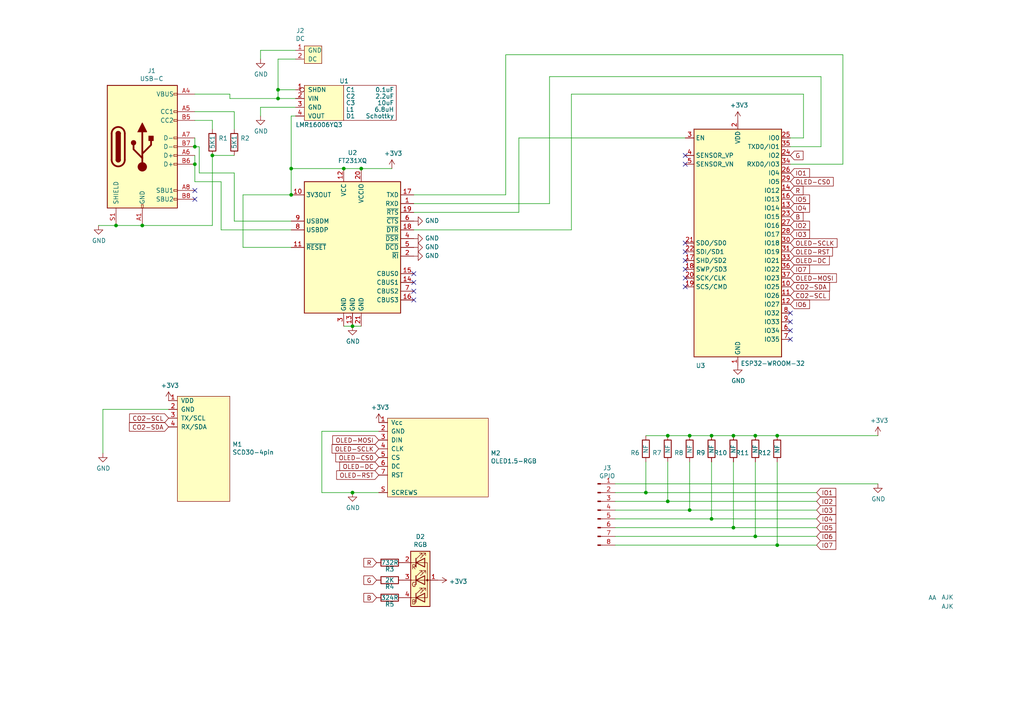
<source format=kicad_sch>
(kicad_sch (version 20211123) (generator eeschema)
  (paper "A4")
  (title_block (title "1.5\" OLED Module driver with GPIO") (date "2021-07-20") (rev "4") (company "Adrian Kennard / Andrews & Arnold Ltd") (comment 1 "@TheRealRevK") (comment 2 "www.me.uk"))
  (lib_symbols
    (symbol "Connector:Conn_01x08_Male" (pin_names (offset 1.016) hide)
      (property "Reference" "J" (at 0 10.16 0))
      (property "Value" "Conn_01x08_Male" (at 0 -12.7 0))
      (symbol "Conn_01x08_Male_1_1"
        (polyline (pts (xy 1.27 -10.16) (xy 0.8636 -10.16)) (stroke (width 0.1524)))
        (polyline (pts (xy 1.27 -7.62) (xy 0.8636 -7.62)) (stroke (width 0.1524)))
        (polyline (pts (xy 1.27 -5.08) (xy 0.8636 -5.08)) (stroke (width 0.1524)))
        (polyline (pts (xy 1.27 -2.54) (xy 0.8636 -2.54)) (stroke (width 0.1524)))
        (polyline (pts (xy 1.27 0) (xy 0.8636 0)) (stroke (width 0.1524)))
        (polyline (pts (xy 1.27 2.54) (xy 0.8636 2.54)) (stroke (width 0.1524)))
        (polyline (pts (xy 1.27 5.08) (xy 0.8636 5.08)) (stroke (width 0.1524)))
        (polyline (pts (xy 1.27 7.62) (xy 0.8636 7.62)) (stroke (width 0.1524)))
        (rectangle (start 0.8636 -10.033) (end 0 -10.287) (stroke (width 0.1524)) (fill (type outline)))
        (rectangle (start 0.8636 -7.493) (end 0 -7.747) (stroke (width 0.1524)) (fill (type outline)))
        (rectangle (start 0.8636 -4.953) (end 0 -5.207) (stroke (width 0.1524)) (fill (type outline)))
        (rectangle (start 0.8636 -2.413) (end 0 -2.667) (stroke (width 0.1524)) (fill (type outline)))
        (rectangle (start 0.8636 0.127) (end 0 -0.127) (stroke (width 0.1524)) (fill (type outline)))
        (rectangle (start 0.8636 2.667) (end 0 2.413) (stroke (width 0.1524)) (fill (type outline)))
        (rectangle (start 0.8636 5.207) (end 0 4.953) (stroke (width 0.1524)) (fill (type outline)))
        (rectangle (start 0.8636 7.747) (end 0 7.493) (stroke (width 0.1524)) (fill (type outline)))
        (pin passive line (at 5.08 7.62 180) (length 3.81) (name "Pin_1") (number "1"))
        (pin passive line (at 5.08 5.08 180) (length 3.81) (name "Pin_2") (number "2"))
        (pin passive line (at 5.08 2.54 180) (length 3.81) (name "Pin_3") (number "3"))
        (pin passive line (at 5.08 0 180) (length 3.81) (name "Pin_4") (number "4"))
        (pin passive line (at 5.08 -2.54 180) (length 3.81) (name "Pin_5") (number "5"))
        (pin passive line (at 5.08 -5.08 180) (length 3.81) (name "Pin_6") (number "6"))
        (pin passive line (at 5.08 -7.62 180) (length 3.81) (name "Pin_7") (number "7"))
        (pin passive line (at 5.08 -10.16 180) (length 3.81) (name "Pin_8") (number "8"))
      )
    )
    (symbol "Connector:USB_C_Receptacle_USB2.0" (pin_names (offset 1.016))
      (property "Reference" "J" (at -10.16 19.05 0))
      (property "Value" "USB_C_Receptacle_USB2.0" (at 19.05 19.05 0))
      (symbol "USB_C_Receptacle_USB2.0_0_0"
        (rectangle (start -0.254 -17.78) (end 0.254 -16.764))
        (rectangle (start 10.16 -14.986) (end 9.144 -15.494))
        (rectangle (start 10.16 -12.446) (end 9.144 -12.954))
        (rectangle (start 10.16 -4.826) (end 9.144 -5.334))
        (rectangle (start 10.16 -2.286) (end 9.144 -2.794))
        (rectangle (start 10.16 0.254) (end 9.144 -0.254))
        (rectangle (start 10.16 2.794) (end 9.144 2.286))
        (rectangle (start 10.16 7.874) (end 9.144 7.366))
        (rectangle (start 10.16 10.414) (end 9.144 9.906))
        (rectangle (start 10.16 15.494) (end 9.144 14.986))
      )
      (symbol "USB_C_Receptacle_USB2.0_0_1"
        (rectangle (start -10.16 17.78) (end 10.16 -17.78) (stroke (width 0.254)) (fill (type background)))
        (arc (start -8.89 -3.81) (mid -6.985 -5.715) (end -5.08 -3.81) (stroke (width 0.508)))
        (arc (start -7.62 -3.81) (mid -6.985 -4.445) (end -6.35 -3.81) (stroke (width 0.254)))
        (arc (start -7.62 -3.81) (mid -6.985 -4.445) (end -6.35 -3.81) (stroke (width 0.254)) (fill (type outline)))
        (rectangle (start -7.62 -3.81) (end -6.35 3.81) (stroke (width 0.254)) (fill (type outline)))
        (arc (start -6.35 3.81) (mid -6.985 4.445) (end -7.62 3.81) (stroke (width 0.254)))
        (arc (start -6.35 3.81) (mid -6.985 4.445) (end -7.62 3.81) (stroke (width 0.254)) (fill (type outline)))
        (arc (start -5.08 3.81) (mid -6.985 5.715) (end -8.89 3.81) (stroke (width 0.508)))
        (circle (center -2.54 1.143) (radius 0.635) (stroke (width 0.254)) (fill (type outline)))
        (circle (center 0 -5.842) (radius 1.27) (fill (type outline)))
        (polyline (pts (xy -8.89 -3.81) (xy -8.89 3.81)) (stroke (width 0.508)))
        (polyline (pts (xy -5.08 3.81) (xy -5.08 -3.81)) (stroke (width 0.508)))
        (polyline (pts (xy 0 -5.842) (xy 0 4.318)) (stroke (width 0.508)))
        (polyline (pts (xy 0 -3.302) (xy -2.54 -0.762) (xy -2.54 0.508)) (stroke (width 0.508)))
        (polyline (pts (xy 0 -2.032) (xy 2.54 0.508) (xy 2.54 1.778)) (stroke (width 0.508)))
        (polyline (pts (xy -1.27 4.318) (xy 0 6.858) (xy 1.27 4.318) (xy -1.27 4.318)) (stroke (width 0.254)) (fill (type outline)))
        (rectangle (start 1.905 1.778) (end 3.175 3.048) (stroke (width 0.254)) (fill (type outline)))
      )
      (symbol "USB_C_Receptacle_USB2.0_1_1"
        (pin passive line (at 0 -22.86 90) (length 5.08) (name "GND") (number "A1"))
        (pin passive line (at 0 -22.86 90) (length 5.08) hide (name "GND") (number "A12"))
        (pin passive line (at 15.24 15.24 180) (length 5.08) (name "VBUS") (number "A4"))
        (pin bidirectional line (at 15.24 10.16 180) (length 5.08) (name "CC1") (number "A5"))
        (pin bidirectional line (at 15.24 -2.54 180) (length 5.08) (name "D+") (number "A6"))
        (pin bidirectional line (at 15.24 2.54 180) (length 5.08) (name "D-") (number "A7"))
        (pin bidirectional line (at 15.24 -12.7 180) (length 5.08) (name "SBU1") (number "A8"))
        (pin passive line (at 15.24 15.24 180) (length 5.08) hide (name "VBUS") (number "A9"))
        (pin passive line (at 0 -22.86 90) (length 5.08) hide (name "GND") (number "B1"))
        (pin passive line (at 0 -22.86 90) (length 5.08) hide (name "GND") (number "B12"))
        (pin passive line (at 15.24 15.24 180) (length 5.08) hide (name "VBUS") (number "B4"))
        (pin bidirectional line (at 15.24 7.62 180) (length 5.08) (name "CC2") (number "B5"))
        (pin bidirectional line (at 15.24 -5.08 180) (length 5.08) (name "D+") (number "B6"))
        (pin bidirectional line (at 15.24 0 180) (length 5.08) (name "D-") (number "B7"))
        (pin bidirectional line (at 15.24 -15.24 180) (length 5.08) (name "SBU2") (number "B8"))
        (pin passive line (at 15.24 15.24 180) (length 5.08) hide (name "VBUS") (number "B9"))
        (pin passive line (at -7.62 -22.86 90) (length 5.08) (name "SHIELD") (number "S1"))
      )
    )
    (symbol "Device:LED_ARGB" (pin_names (offset 0) hide)
      (property "Reference" "D" (at 0 9.398 0))
      (property "Value" "LED_ARGB" (at 0 -8.89 0))
      (symbol "LED_ARGB_0_0"
        (text "B" (at -1.905 -6.35 0) (effects (font (size 1.27 1.27))))
        (text "G" (at -1.905 -1.27 0) (effects (font (size 1.27 1.27))))
        (text "R" (at -1.905 3.81 0) (effects (font (size 1.27 1.27))))
      )
      (symbol "LED_ARGB_0_1"
        (polyline (pts (xy -1.27 -5.08) (xy -2.54 -5.08)))
        (polyline (pts (xy -1.27 -5.08) (xy 1.27 -5.08)))
        (polyline (pts (xy -1.27 -3.81) (xy -1.27 -6.35)) (stroke (width 0.254)))
        (polyline (pts (xy -1.27 0) (xy -2.54 0)))
        (polyline (pts (xy -1.27 1.27) (xy -1.27 -1.27)) (stroke (width 0.254)))
        (polyline (pts (xy -1.27 5.08) (xy -2.54 5.08)))
        (polyline (pts (xy -1.27 5.08) (xy 1.27 5.08)))
        (polyline (pts (xy -1.27 6.35) (xy -1.27 3.81)) (stroke (width 0.254)))
        (polyline (pts (xy 1.27 0) (xy -1.27 0)))
        (polyline (pts (xy 1.27 0) (xy 2.54 0)))
        (polyline (pts (xy -1.27 1.27) (xy -1.27 -1.27) (xy -1.27 -1.27)))
        (polyline (pts (xy -1.27 6.35) (xy -1.27 3.81) (xy -1.27 3.81)))
        (polyline (pts (xy 1.27 -5.08) (xy 2.032 -5.08) (xy 2.032 5.08) (xy 1.27 5.08)))
        (polyline (pts (xy 1.27 -3.81) (xy 1.27 -6.35) (xy -1.27 -5.08) (xy 1.27 -3.81)) (stroke (width 0.254)))
        (polyline (pts (xy 1.27 1.27) (xy 1.27 -1.27) (xy -1.27 0) (xy 1.27 1.27)) (stroke (width 0.254)))
        (polyline (pts (xy 1.27 6.35) (xy 1.27 3.81) (xy -1.27 5.08) (xy 1.27 6.35)) (stroke (width 0.254)))
        (polyline (pts (xy -1.016 -3.81) (xy 0.508 -2.286) (xy -0.254 -2.286) (xy 0.508 -2.286) (xy 0.508 -3.048)))
        (polyline (pts (xy -1.016 1.27) (xy 0.508 2.794) (xy -0.254 2.794) (xy 0.508 2.794) (xy 0.508 2.032)))
        (polyline (pts (xy -1.016 6.35) (xy 0.508 7.874) (xy -0.254 7.874) (xy 0.508 7.874) (xy 0.508 7.112)))
        (polyline (pts (xy 0 -3.81) (xy 1.524 -2.286) (xy 0.762 -2.286) (xy 1.524 -2.286) (xy 1.524 -3.048)))
        (polyline (pts (xy 0 1.27) (xy 1.524 2.794) (xy 0.762 2.794) (xy 1.524 2.794) (xy 1.524 2.032)))
        (polyline (pts (xy 0 6.35) (xy 1.524 7.874) (xy 0.762 7.874) (xy 1.524 7.874) (xy 1.524 7.112)))
        (rectangle (start 1.27 -1.27) (end 1.27 1.27))
        (rectangle (start 1.27 1.27) (end 1.27 1.27))
        (rectangle (start 1.27 3.81) (end 1.27 6.35))
        (rectangle (start 1.27 6.35) (end 1.27 6.35))
        (circle (center 2.032 0) (radius 0.254) (fill (type outline)))
        (rectangle (start 2.794 8.382) (end -2.794 -7.62) (stroke (width 0.254)) (fill (type background)))
      )
      (symbol "LED_ARGB_1_1"
        (pin passive line (at 5.08 0 180) (length 2.54) (name "A") (number "1"))
        (pin passive line (at -5.08 5.08 0) (length 2.54) (name "RK") (number "2"))
        (pin passive line (at -5.08 0 0) (length 2.54) (name "GK") (number "3"))
        (pin passive line (at -5.08 -5.08 0) (length 2.54) (name "BK") (number "4"))
      )
    )
    (symbol "Device:R" (pin_numbers hide) (pin_names (offset 0))
      (property "Reference" "R" (at 2.032 0 90))
      (property "Value" "R" (at 0 0 90))
      (symbol "R_0_1"
        (rectangle (start -1.016 -2.54) (end 1.016 2.54) (stroke (width 0.254)))
      )
      (symbol "R_1_1"
        (pin passive line (at 0 3.81 270) (length 1.27) (name "~") (number "1"))
        (pin passive line (at 0 -3.81 90) (length 1.27) (name "~") (number "2"))
      )
    )
    (symbol "Interface_USB:FT231XQ"
      (property "Reference" "U" (at -13.97 20.32 0))
      (property "Value" "FT231XQ" (at 6.35 20.32 0))
      (symbol "FT231XQ_0_1"
        (rectangle (start -13.97 19.05) (end 13.97 -19.05) (stroke (width 0.254)) (fill (type background)))
      )
      (symbol "FT231XQ_1_1"
        (pin input line (at 17.78 12.7 180) (length 3.81) (name "RXD") (number "1"))
        (pin power_out line (at -17.78 15.24 0) (length 3.81) (name "3V3OUT") (number "10"))
        (pin input line (at -17.78 0 0) (length 3.81) (name "~{RESET}") (number "11"))
        (pin power_in line (at -2.54 22.86 270) (length 3.81) (name "VCC") (number "12"))
        (pin power_in line (at 0 -22.86 90) (length 3.81) (name "GND") (number "13"))
        (pin bidirectional line (at 17.78 -10.16 180) (length 3.81) (name "CBUS1") (number "14"))
        (pin bidirectional line (at 17.78 -7.62 180) (length 3.81) (name "CBUS0") (number "15"))
        (pin bidirectional line (at 17.78 -15.24 180) (length 3.81) (name "CBUS3") (number "16"))
        (pin output line (at 17.78 15.24 180) (length 3.81) (name "TXD") (number "17"))
        (pin output line (at 17.78 5.08 180) (length 3.81) (name "~{DTR}") (number "18"))
        (pin output line (at 17.78 10.16 180) (length 3.81) (name "~{RTS}") (number "19"))
        (pin input line (at 17.78 -2.54 180) (length 3.81) (name "~{RI}") (number "2"))
        (pin power_in line (at 2.54 22.86 270) (length 3.81) (name "VCCIO") (number "20"))
        (pin power_in line (at 2.54 -22.86 90) (length 3.81) (name "GND") (number "21"))
        (pin power_in line (at -2.54 -22.86 90) (length 3.81) (name "GND") (number "3"))
        (pin input line (at 17.78 2.54 180) (length 3.81) (name "~{DSR}") (number "4"))
        (pin input line (at 17.78 0 180) (length 3.81) (name "~{DCD}") (number "5"))
        (pin input line (at 17.78 7.62 180) (length 3.81) (name "~{CTS}") (number "6"))
        (pin bidirectional line (at 17.78 -12.7 180) (length 3.81) (name "CBUS2") (number "7"))
        (pin bidirectional line (at -17.78 5.08 0) (length 3.81) (name "USBDP") (number "8"))
        (pin bidirectional line (at -17.78 7.62 0) (length 3.81) (name "USBDM") (number "9"))
      )
    )
    (symbol "RF_Module:ESP32-WROOM-32"
      (property "Reference" "U" (at -12.7 34.29 0))
      (property "Value" "ESP32-WROOM-32" (at 1.27 34.29 0))
      (symbol "ESP32-WROOM-32_0_1"
        (rectangle (start -12.7 33.02) (end 12.7 -33.02) (stroke (width 0.254)) (fill (type background)))
      )
      (symbol "ESP32-WROOM-32_1_1"
        (pin power_in line (at 0 -35.56 90) (length 2.54) (name "GND") (number "1"))
        (pin bidirectional line (at 15.24 -12.7 180) (length 2.54) (name "IO25") (number "10"))
        (pin bidirectional line (at 15.24 -15.24 180) (length 2.54) (name "IO26") (number "11"))
        (pin bidirectional line (at 15.24 -17.78 180) (length 2.54) (name "IO27") (number "12"))
        (pin bidirectional line (at 15.24 10.16 180) (length 2.54) (name "IO14") (number "13"))
        (pin bidirectional line (at 15.24 15.24 180) (length 2.54) (name "IO12") (number "14"))
        (pin passive line (at 0 -35.56 90) (length 2.54) hide (name "GND") (number "15"))
        (pin bidirectional line (at 15.24 12.7 180) (length 2.54) (name "IO13") (number "16"))
        (pin bidirectional line (at -15.24 -5.08 0) (length 2.54) (name "SHD/SD2") (number "17"))
        (pin bidirectional line (at -15.24 -7.62 0) (length 2.54) (name "SWP/SD3") (number "18"))
        (pin bidirectional line (at -15.24 -12.7 0) (length 2.54) (name "SCS/CMD") (number "19"))
        (pin power_in line (at 0 35.56 270) (length 2.54) (name "VDD") (number "2"))
        (pin bidirectional line (at -15.24 -10.16 0) (length 2.54) (name "SCK/CLK") (number "20"))
        (pin bidirectional line (at -15.24 0 0) (length 2.54) (name "SDO/SD0") (number "21"))
        (pin bidirectional line (at -15.24 -2.54 0) (length 2.54) (name "SDI/SD1") (number "22"))
        (pin bidirectional line (at 15.24 7.62 180) (length 2.54) (name "IO15") (number "23"))
        (pin bidirectional line (at 15.24 25.4 180) (length 2.54) (name "IO2") (number "24"))
        (pin bidirectional line (at 15.24 30.48 180) (length 2.54) (name "IO0") (number "25"))
        (pin bidirectional line (at 15.24 20.32 180) (length 2.54) (name "IO4") (number "26"))
        (pin bidirectional line (at 15.24 5.08 180) (length 2.54) (name "IO16") (number "27"))
        (pin bidirectional line (at 15.24 2.54 180) (length 2.54) (name "IO17") (number "28"))
        (pin bidirectional line (at 15.24 17.78 180) (length 2.54) (name "IO5") (number "29"))
        (pin input line (at -15.24 30.48 0) (length 2.54) (name "EN") (number "3"))
        (pin bidirectional line (at 15.24 0 180) (length 2.54) (name "IO18") (number "30"))
        (pin bidirectional line (at 15.24 -2.54 180) (length 2.54) (name "IO19") (number "31"))
        (pin no_connect line (at -12.7 -27.94 0) (length 2.54) hide (name "NC") (number "32"))
        (pin bidirectional line (at 15.24 -5.08 180) (length 2.54) (name "IO21") (number "33"))
        (pin bidirectional line (at 15.24 22.86 180) (length 2.54) (name "RXD0/IO3") (number "34"))
        (pin bidirectional line (at 15.24 27.94 180) (length 2.54) (name "TXD0/IO1") (number "35"))
        (pin bidirectional line (at 15.24 -7.62 180) (length 2.54) (name "IO22") (number "36"))
        (pin bidirectional line (at 15.24 -10.16 180) (length 2.54) (name "IO23") (number "37"))
        (pin passive line (at 0 -35.56 90) (length 2.54) hide (name "GND") (number "38"))
        (pin passive line (at 0 -35.56 90) (length 2.54) hide (name "GND") (number "39"))
        (pin input line (at -15.24 25.4 0) (length 2.54) (name "SENSOR_VP") (number "4"))
        (pin input line (at -15.24 22.86 0) (length 2.54) (name "SENSOR_VN") (number "5"))
        (pin input line (at 15.24 -25.4 180) (length 2.54) (name "IO34") (number "6"))
        (pin input line (at 15.24 -27.94 180) (length 2.54) (name "IO35") (number "7"))
        (pin bidirectional line (at 15.24 -20.32 180) (length 2.54) (name "IO32") (number "8"))
        (pin bidirectional line (at 15.24 -22.86 180) (length 2.54) (name "IO33") (number "9"))
      )
    )
    (symbol "RevK:AA" (pin_names (offset 1.016))
      (property "Value" "AA" (at 0 0 0))
    )
    (symbol "RevK:AJK" (pin_names (offset 1.016))
      (property "Value" "AJK" (at 0 0 0))
    )
    (symbol "RevK:DC" (pin_names (offset 1.016))
      (property "Reference" "J" (at 0 2.54 0))
      (property "Value" "DC" (at 2.54 -1.27 0))
      (symbol "DC_0_1"
        (rectangle (start 0 1.27) (end 5.08 -3.81) (fill (type background)))
      )
      (symbol "DC_1_1"
        (pin power_out line (at -2.54 0 0) (length 2.54) (name "GND") (number "1"))
        (pin power_out line (at -2.54 -2.54 0) (length 2.54) (name "DC") (number "2"))
      )
    )
    (symbol "RevK:Hidden" (pin_names (offset 1.016))
      (property "Reference" "Z" (at -3.81 0 0))
      (property "Value" "Hidden" (at 6.985 0 0))
      (symbol "Hidden_1_1"
        (pin no_connect non_logic (at 0 0 90) (length 2.54) hide (name "~") (number "~"))
      )
    )
    (symbol "RevK:LMR16006YQ3" (pin_names (offset 1.016))
      (property "Reference" "U" (at 11.43 2.54 0))
      (property "Value" "LMR16006YQ3" (at 6.985 -10.16 0))
      (symbol "LMR16006YQ3_0_1"
        (rectangle (start 2.54 1.27) (end 13.97 -8.89) (fill (type background)))
        (rectangle (start 13.97 1.27) (end 29.21 -8.89))
      )
      (symbol "LMR16006YQ3_1_1"
        (pin input inverted (at 0 0 0) (length 2.54) (name "SHDN") (number "1"))
        (pin power_in line (at 0 -2.54 0) (length 2.54) (name "VIN") (number "2"))
        (pin power_in line (at 0 -5.08 0) (length 2.54) (name "GND") (number "3"))
        (pin power_out line (at 0 -7.62 0) (length 2.54) (name "VOUT") (number "4"))
      )
    )
    (symbol "RevK:OLED1.5-RGB" (pin_names (offset 1.016))
      (property "Reference" "M" (at 17.78 2.54 0))
      (property "Value" "OLED1.5-RGB" (at 24.13 0 0))
      (symbol "OLED1.5-RGB_0_1"
        (rectangle (start 2.54 1.27) (end 31.75 -21.59) (fill (type background)))
      )
      (symbol "OLED1.5-RGB_1_1"
        (pin power_in line (at 0 0 0) (length 2.54) (name "Vcc") (number "1"))
        (pin power_in line (at 0 -2.54 0) (length 2.54) (name "GND") (number "2"))
        (pin input line (at 0 -5.08 0) (length 2.54) (name "DIN") (number "3"))
        (pin input line (at 0 -7.62 0) (length 2.54) (name "CLK") (number "4"))
        (pin input line (at 0 -10.16 0) (length 2.54) (name "CS") (number "5"))
        (pin input line (at 0 -12.7 0) (length 2.54) (name "DC") (number "6"))
        (pin input line (at 0 -15.24 0) (length 2.54) (name "RST") (number "7"))
        (pin passive line (at 0 -20.32 0) (length 2.54) (name "SCREWS") (number "S"))
      )
    )
    (symbol "RevK:SCD30-4pin" (pin_names (offset 1.016))
      (property "Reference" "M" (at 10.16 1.27 0))
      (property "Value" "SCD30-4pin" (at 10.16 -29.21 0))
      (symbol "SCD30-4pin_0_1"
        (rectangle (start 2.54 0) (end 17.78 -30.48) (fill (type background)))
      )
      (symbol "SCD30-4pin_1_1"
        (pin power_in line (at 0 -1.27 0) (length 2.54) (name "VDD") (number "1"))
        (pin power_in line (at 0 -3.81 0) (length 2.54) (name "GND") (number "2"))
        (pin bidirectional line (at 0 -6.35 0) (length 2.54) (name "TX/SCL") (number "3"))
        (pin bidirectional line (at 0 -8.89 0) (length 2.54) (name "RX/SDA") (number "4"))
      )
    )
    (symbol "power:+3.3V" (power) (pin_names (offset 0))
      (property "Value" "+3.3V" (at 0 3.556 0))
      (symbol "+3.3V_0_1"
        (polyline (pts (xy -0.762 1.27) (xy 0 2.54)))
        (polyline (pts (xy 0 0) (xy 0 2.54)))
        (polyline (pts (xy 0 2.54) (xy 0.762 1.27)))
      )
      (symbol "+3.3V_1_1"
        (pin power_in line (at 0 0 90) (length 0) hide (name "+3V3") (number "1"))
      )
    )
    (symbol "power:+3V3" (power) (pin_names (offset 0))
      (property "Value" "+3V3" (at 0 3.556 0))
      (symbol "+3V3_0_1"
        (polyline (pts (xy -0.762 1.27) (xy 0 2.54)))
        (polyline (pts (xy 0 0) (xy 0 2.54)))
        (polyline (pts (xy 0 2.54) (xy 0.762 1.27)))
      )
      (symbol "+3V3_1_1"
        (pin power_in line (at 0 0 90) (length 0) hide (name "+3V3") (number "1"))
      )
    )
    (symbol "power:GND" (power) (pin_names (offset 0))
      (property "Value" "GND" (at 0 -3.81 0))
      (symbol "GND_0_1"
        (polyline (pts (xy 0 0) (xy 0 -1.27) (xy 1.27 -1.27) (xy 0 -2.54) (xy -1.27 -1.27) (xy 0 -1.27)))
      )
      (symbol "GND_1_1"
        (pin power_in line (at 0 0 270) (length 0) hide (name "GND") (number "1"))
      )
    )
  )
  (junction (at 212.725 153.035))
  (junction (at 80.645 28.575))
  (junction (at 104.775 48.895))
  (junction (at 193.675 126.365))
  (junction (at 219.075 126.365))
  (junction (at 84.455 56.515))
  (junction (at 99.695 48.895))
  (junction (at 206.375 150.495))
  (junction (at 225.425 126.365))
  (junction (at 56.515 42.545))
  (junction (at 61.595 45.085))
  (junction (at 206.375 126.365))
  (junction (at 80.645 26.035))
  (junction (at 84.455 48.895))
  (junction (at 41.275 65.405))
  (junction (at 219.075 155.575))
  (junction (at 200.025 147.955))
  (junction (at 102.235 94.615))
  (junction (at 102.235 142.875))
  (junction (at 200.025 126.365))
  (junction (at 56.515 47.625))
  (junction (at 33.655 65.405))
  (junction (at 212.725 126.365))
  (junction (at 225.425 158.115))
  (junction (at 187.325 142.875))
  (junction (at 193.675 145.415))
  (no_connect (at 198.755 83.185))
  (no_connect (at 120.015 84.455))
  (no_connect (at 198.755 45.085))
  (no_connect (at 198.755 73.025))
  (no_connect (at 198.755 80.645))
  (no_connect (at 198.755 70.485))
  (no_connect (at 120.015 86.995))
  (no_connect (at 120.015 79.375))
  (no_connect (at 229.235 95.885))
  (no_connect (at 120.015 81.915))
  (no_connect (at 229.235 93.345))
  (no_connect (at 229.235 90.805))
  (no_connect (at 198.755 78.105))
  (no_connect (at 56.515 55.245))
  (no_connect (at 198.755 47.625))
  (no_connect (at 198.755 75.565))
  (no_connect (at 229.235 98.425))
  (no_connect (at 56.515 57.785))
  (wire (pts (xy 238.125 42.545) (xy 229.235 42.545)))
  (wire (pts (xy 165.735 66.675) (xy 120.015 66.675)))
  (wire (pts (xy 212.725 133.985) (xy 212.725 153.035)))
  (wire (pts (xy 75.565 31.115) (xy 75.565 33.655)))
  (wire (pts (xy 178.435 140.335) (xy 254.635 140.335)))
  (wire (pts (xy 67.945 64.135) (xy 67.945 50.165)))
  (wire (pts (xy 93.345 142.875) (xy 102.235 142.875)))
  (wire (pts (xy 229.235 40.005) (xy 233.045 40.005)))
  (wire (pts (xy 206.375 133.985) (xy 206.375 150.495)))
  (wire (pts (xy 93.345 125.095) (xy 93.345 142.875)))
  (wire (pts (xy 56.515 34.925) (xy 61.595 34.925)))
  (wire (pts (xy 64.135 66.675) (xy 84.455 66.675)))
  (wire (pts (xy 225.425 133.985) (xy 225.425 158.115)))
  (wire (pts (xy 85.725 14.605) (xy 75.565 14.605)))
  (wire (pts (xy 187.325 133.985) (xy 187.325 142.875)))
  (wire (pts (xy 178.435 158.115) (xy 225.425 158.115)))
  (wire (pts (xy 225.425 126.365) (xy 219.075 126.365)))
  (wire (pts (xy 84.455 48.895) (xy 84.455 33.655)))
  (wire (pts (xy 200.025 147.955) (xy 236.855 147.955)))
  (wire (pts (xy 178.435 147.955) (xy 200.025 147.955)))
  (wire (pts (xy 93.345 125.095) (xy 109.855 125.095)))
  (wire (pts (xy 56.515 45.085) (xy 56.515 47.625)))
  (wire (pts (xy 56.515 47.625) (xy 56.515 52.705)))
  (wire (pts (xy 159.385 22.225) (xy 238.125 22.225)))
  (wire (pts (xy 29.845 118.745) (xy 29.845 131.445)))
  (wire (pts (xy 67.945 32.385) (xy 67.945 37.465)))
  (wire (pts (xy 178.435 155.575) (xy 219.075 155.575)))
  (wire (pts (xy 219.075 126.365) (xy 212.725 126.365)))
  (wire (pts (xy 165.735 27.305) (xy 165.735 66.675)))
  (wire (pts (xy 56.515 32.385) (xy 67.945 32.385)))
  (wire (pts (xy 85.725 31.115) (xy 75.565 31.115)))
  (wire (pts (xy 67.945 64.135) (xy 84.455 64.135)))
  (wire (pts (xy 225.425 126.365) (xy 254.635 126.365)))
  (wire (pts (xy 219.075 133.985) (xy 219.075 155.575)))
  (wire (pts (xy 120.015 61.595) (xy 150.495 61.595)))
  (wire (pts (xy 33.655 65.405) (xy 41.275 65.405)))
  (wire (pts (xy 187.325 126.365) (xy 193.675 126.365)))
  (wire (pts (xy 61.595 34.925) (xy 61.595 37.465)))
  (wire (pts (xy 66.675 27.305) (xy 56.515 27.305)))
  (wire (pts (xy 57.785 50.165) (xy 57.785 42.545)))
  (wire (pts (xy 212.725 126.365) (xy 206.375 126.365)))
  (wire (pts (xy 85.725 17.145) (xy 80.645 17.145)))
  (wire (pts (xy 178.435 150.495) (xy 206.375 150.495)))
  (wire (pts (xy 29.845 118.745) (xy 48.895 118.745)))
  (wire (pts (xy 80.645 28.575) (xy 85.725 28.575)))
  (wire (pts (xy 225.425 158.115) (xy 236.855 158.115)))
  (wire (pts (xy 233.045 40.005) (xy 233.045 27.305)))
  (wire (pts (xy 212.725 153.035) (xy 236.855 153.035)))
  (wire (pts (xy 56.515 40.005) (xy 56.515 42.545)))
  (wire (pts (xy 61.595 45.085) (xy 61.595 65.405)))
  (wire (pts (xy 200.025 126.365) (xy 193.675 126.365)))
  (wire (pts (xy 113.665 48.895) (xy 104.775 48.895)))
  (wire (pts (xy 159.385 59.055) (xy 159.385 22.225)))
  (wire (pts (xy 120.015 56.515) (xy 146.685 56.515)))
  (wire (pts (xy 178.435 145.415) (xy 193.675 145.415)))
  (wire (pts (xy 70.485 71.755) (xy 84.455 71.755)))
  (wire (pts (xy 233.045 27.305) (xy 165.735 27.305)))
  (wire (pts (xy 70.485 56.515) (xy 84.455 56.515)))
  (wire (pts (xy 238.125 22.225) (xy 238.125 42.545)))
  (wire (pts (xy 150.495 61.595) (xy 150.495 40.005)))
  (wire (pts (xy 178.435 153.035) (xy 212.725 153.035)))
  (wire (pts (xy 80.645 26.035) (xy 80.645 28.575)))
  (wire (pts (xy 61.595 65.405) (xy 41.275 65.405)))
  (wire (pts (xy 66.675 28.575) (xy 66.675 27.305)))
  (wire (pts (xy 64.135 52.705) (xy 64.135 66.675)))
  (wire (pts (xy 150.495 40.005) (xy 198.755 40.005)))
  (wire (pts (xy 219.075 155.575) (xy 236.855 155.575)))
  (wire (pts (xy 66.675 28.575) (xy 80.645 28.575)))
  (wire (pts (xy 146.685 56.515) (xy 146.685 15.875)))
  (wire (pts (xy 84.455 48.895) (xy 99.695 48.895)))
  (wire (pts (xy 200.025 133.985) (xy 200.025 147.955)))
  (wire (pts (xy 193.675 145.415) (xy 236.855 145.415)))
  (wire (pts (xy 56.515 52.705) (xy 64.135 52.705)))
  (wire (pts (xy 244.475 47.625) (xy 229.235 47.625)))
  (wire (pts (xy 120.015 59.055) (xy 159.385 59.055)))
  (wire (pts (xy 57.785 42.545) (xy 56.515 42.545)))
  (wire (pts (xy 109.855 142.875) (xy 102.235 142.875)))
  (wire (pts (xy 67.945 50.165) (xy 57.785 50.165)))
  (wire (pts (xy 193.675 133.985) (xy 193.675 145.415)))
  (wire (pts (xy 206.375 150.495) (xy 236.855 150.495)))
  (wire (pts (xy 28.575 65.405) (xy 33.655 65.405)))
  (wire (pts (xy 84.455 56.515) (xy 84.455 48.895)))
  (wire (pts (xy 85.725 26.035) (xy 80.645 26.035)))
  (wire (pts (xy 178.435 142.875) (xy 187.325 142.875)))
  (wire (pts (xy 187.325 142.875) (xy 236.855 142.875)))
  (wire (pts (xy 70.485 56.515) (xy 70.485 71.755)))
  (wire (pts (xy 99.695 48.895) (xy 104.775 48.895)))
  (wire (pts (xy 84.455 33.655) (xy 85.725 33.655)))
  (wire (pts (xy 200.025 126.365) (xy 206.375 126.365)))
  (wire (pts (xy 146.685 15.875) (xy 244.475 15.875)))
  (wire (pts (xy 99.695 94.615) (xy 102.235 94.615)))
  (wire (pts (xy 244.475 15.875) (xy 244.475 47.625)))
  (wire (pts (xy 67.945 45.085) (xy 61.595 45.085)))
  (wire (pts (xy 80.645 17.145) (xy 80.645 26.035)))
  (wire (pts (xy 75.565 14.605) (xy 75.565 17.145)))
  (wire (pts (xy 102.235 94.615) (xy 104.775 94.615)))
  (global_label "OLED-SCLK" (shape input) (at 229.235 70.485 0) (property "Intersheet References" "${INTERSHEET_REFS}" (effects hide)))
  (global_label "IO6" (shape input) (at 229.235 88.265 0) (property "Intersheet References" "${INTERSHEET_REFS}" (effects hide)))
  (global_label "OLED-MOSI" (shape input) (at 109.855 127.635 180) (property "Intersheet References" "${INTERSHEET_REFS}" (effects hide)))
  (global_label "IO2" (shape input) (at 236.855 145.415 0) (property "Intersheet References" "${INTERSHEET_REFS}" (effects hide)))
  (global_label "IO5" (shape input) (at 236.855 153.035 0) (property "Intersheet References" "${INTERSHEET_REFS}" (effects hide)))
  (global_label "IO5" (shape input) (at 229.235 57.785 0) (property "Intersheet References" "${INTERSHEET_REFS}" (effects hide)))
  (global_label "B" (shape input) (at 109.22 173.355 180) (property "Intersheet References" "${INTERSHEET_REFS}" (effects hide)))
  (global_label "G" (shape input) (at 109.22 168.275 180) (property "Intersheet References" "${INTERSHEET_REFS}" (effects hide)))
  (global_label "OLED-SCLK" (shape input) (at 109.855 130.175 180) (property "Intersheet References" "${INTERSHEET_REFS}" (effects hide)))
  (global_label "CO2-SCL" (shape input) (at 229.235 85.725 0) (property "Intersheet References" "${INTERSHEET_REFS}" (effects hide)))
  (global_label "OLED-DC" (shape input) (at 229.235 75.565 0) (property "Intersheet References" "${INTERSHEET_REFS}" (effects hide)))
  (global_label "B" (shape input) (at 229.235 62.865 0) (property "Intersheet References" "${INTERSHEET_REFS}" (effects hide)))
  (global_label "IO4" (shape input) (at 236.855 150.495 0) (property "Intersheet References" "${INTERSHEET_REFS}" (effects hide)))
  (global_label "OLED-RST" (shape input) (at 109.855 137.795 180) (property "Intersheet References" "${INTERSHEET_REFS}" (effects hide)))
  (global_label "IO7" (shape input) (at 229.235 78.105 0) (property "Intersheet References" "${INTERSHEET_REFS}" (effects hide)))
  (global_label "CO2-SCL" (shape input) (at 48.895 121.285 180) (property "Intersheet References" "${INTERSHEET_REFS}" (effects hide)))
  (global_label "R" (shape input) (at 229.235 55.245 0) (property "Intersheet References" "${INTERSHEET_REFS}" (effects hide)))
  (global_label "OLED-MOSI" (shape input) (at 229.235 80.645 0) (property "Intersheet References" "${INTERSHEET_REFS}" (effects hide)))
  (global_label "OLED-CS0" (shape input) (at 229.235 52.705 0) (property "Intersheet References" "${INTERSHEET_REFS}" (effects hide)))
  (global_label "OLED-RST" (shape input) (at 229.235 73.025 0) (property "Intersheet References" "${INTERSHEET_REFS}" (effects hide)))
  (global_label "IO1" (shape input) (at 229.235 50.165 0) (property "Intersheet References" "${INTERSHEET_REFS}" (effects hide)))
  (global_label "IO3" (shape input) (at 236.855 147.955 0) (property "Intersheet References" "${INTERSHEET_REFS}" (effects hide)))
  (global_label "IO3" (shape input) (at 229.235 67.945 0) (property "Intersheet References" "${INTERSHEET_REFS}" (effects hide)))
  (global_label "IO4" (shape input) (at 229.235 60.325 0) (property "Intersheet References" "${INTERSHEET_REFS}" (effects hide)))
  (global_label "IO2" (shape input) (at 229.235 65.405 0) (property "Intersheet References" "${INTERSHEET_REFS}" (effects hide)))
  (global_label "R" (shape input) (at 109.22 163.195 180) (property "Intersheet References" "${INTERSHEET_REFS}" (effects hide)))
  (global_label "G" (shape input) (at 229.235 45.085 0) (property "Intersheet References" "${INTERSHEET_REFS}" (effects hide)))
  (global_label "IO6" (shape input) (at 236.855 155.575 0) (property "Intersheet References" "${INTERSHEET_REFS}" (effects hide)))
  (global_label "IO1" (shape input) (at 236.855 142.875 0) (property "Intersheet References" "${INTERSHEET_REFS}" (effects hide)))
  (global_label "IO7" (shape input) (at 236.855 158.115 0) (property "Intersheet References" "${INTERSHEET_REFS}" (effects hide)))
  (global_label "OLED-DC" (shape input) (at 109.855 135.255 180) (property "Intersheet References" "${INTERSHEET_REFS}" (effects hide)))
  (global_label "CO2-SDA" (shape input) (at 229.235 83.185 0) (property "Intersheet References" "${INTERSHEET_REFS}" (effects hide)))
  (global_label "CO2-SDA" (shape input) (at 48.895 123.825 180) (property "Intersheet References" "${INTERSHEET_REFS}" (effects hide)))
  (global_label "OLED-CS0" (shape input) (at 109.855 132.715 180) (property "Intersheet References" "${INTERSHEET_REFS}" (effects hide)))
  (symbol (lib_id "RF_Module:ESP32-WROOM-32") (at 213.995 70.485 0) (unit 1)
    (property "Reference" "U3" (at 203.2 106.045 0))
    (property "Value" "ESP32-WROOM-32" (at 224.155 105.41 0))
    (property "Footprint" "RevK:ESP32-WROOM-32" (effects hide))
    (property "Datasheet" "https://www.espressif.com/sites/default/files/documentation/esp32-wroom-32_datasheet_en.pdf" (effects hide))
  )
  (symbol (lib_id "RevK:SCD30-4pin") (at 48.895 114.935 0) (unit 1)
    (property "Reference" "M1" (at 67.3862 128.8796 0) (effects (justify left)))
    (property "Value" "SCD30-4pin" (at 67.3862 131.191 0) (effects (justify left)))
    (property "Footprint" "RevK:SCD30-4pin" (effects hide))
    (property "Datasheet" "https://media.digikey.com/pdf/Data%20Sheets/Sensirion%20PDFs/CD_DS_SCD30_Datasheet_D1.pdf" (effects hide))
  )
  (symbol (lib_id "Device:R") (at 225.425 130.175 180) (unit 1)
    (property "Reference" "R12" (at 223.647 131.3434 0) (effects (justify left)))
    (property "Value" "NF" (at 225.425 128.905 90) (effects (justify left)))
    (property "Footprint" "Resistor_SMD:R_1206_3216Metric_Pad1.30x1.75mm_HandSolder" (effects hide))
  )
  (symbol (lib_id "Device:R") (at 219.075 130.175 180) (unit 1)
    (property "Reference" "R11" (at 217.297 131.3434 0) (effects (justify left)))
    (property "Value" "NF" (at 219.075 128.905 90) (effects (justify left)))
    (property "Footprint" "Resistor_SMD:R_1206_3216Metric_Pad1.30x1.75mm_HandSolder" (effects hide))
  )
  (symbol (lib_id "Connector:Conn_01x08_Male") (at 173.355 147.955 0) (unit 1)
    (property "Reference" "J3" (at 176.0982 135.7376 0))
    (property "Value" "GPIO" (at 176.0982 138.049 0))
    (property "Footprint" "RevK:Molex_MiniSPOX_H8RA" (effects hide))
  )
  (symbol (lib_id "Device:R") (at 212.725 130.175 180) (unit 1)
    (property "Reference" "R10" (at 210.947 131.3434 0) (effects (justify left)))
    (property "Value" "NF" (at 212.725 128.905 90) (effects (justify left)))
    (property "Footprint" "Resistor_SMD:R_1206_3216Metric_Pad1.30x1.75mm_HandSolder" (effects hide))
  )
  (symbol (lib_id "Device:R") (at 206.375 130.175 180) (unit 1)
    (property "Reference" "R9" (at 204.597 131.3434 0) (effects (justify left)))
    (property "Value" "NF" (at 206.375 128.905 90) (effects (justify left)))
    (property "Footprint" "Resistor_SMD:R_1206_3216Metric_Pad1.30x1.75mm_HandSolder" (effects hide))
  )
  (symbol (lib_id "Device:R") (at 200.025 130.175 180) (unit 1)
    (property "Reference" "R8" (at 198.247 131.3434 0) (effects (justify left)))
    (property "Value" "NF" (at 200.025 128.905 90) (effects (justify left)))
    (property "Footprint" "Resistor_SMD:R_1206_3216Metric_Pad1.30x1.75mm_HandSolder" (effects hide))
  )
  (symbol (lib_id "Device:R") (at 193.675 130.175 180) (unit 1)
    (property "Reference" "R7" (at 191.897 131.3434 0) (effects (justify left)))
    (property "Value" "NF" (at 193.675 128.905 90) (effects (justify left)))
    (property "Footprint" "Resistor_SMD:R_1206_3216Metric_Pad1.30x1.75mm_HandSolder" (effects hide))
  )
  (symbol (lib_id "Device:R") (at 187.325 130.175 180) (unit 1)
    (property "Reference" "R6" (at 185.547 131.3434 0) (effects (justify left)))
    (property "Value" "NF" (at 187.325 128.905 90) (effects (justify left)))
    (property "Footprint" "Resistor_SMD:R_1206_3216Metric_Pad1.30x1.75mm_HandSolder" (effects hide))
  )
  (symbol (lib_id "Connector:USB_C_Receptacle_USB2.0") (at 41.275 42.545 0) (unit 1)
    (property "Reference" "J1" (at 43.9928 20.5232 0))
    (property "Value" "USB-C" (at 43.9928 22.8346 0))
    (property "Footprint" "RevK:USC16-TR-Round" (effects hide))
    (property "Datasheet" "https://www.usb.org/sites/default/files/documents/usb_type-c.zip" (effects hide))
  )
  (symbol (lib_id "power:GND") (at 28.575 65.405 0) (unit 1)
    (property "Reference" "#PWR01" (effects hide))
    (property "Value" "GND" (at 28.702 69.7992 0))
  )
  (symbol (lib_id "power:GND") (at 102.235 142.875 0) (unit 1)
    (property "Reference" "#PWR07" (effects hide))
    (property "Value" "GND" (at 102.362 147.2692 0))
  )
  (symbol (lib_id "power:GND") (at 29.845 131.445 0) (unit 1)
    (property "Reference" "#PWR02" (effects hide))
    (property "Value" "GND" (at 29.972 135.8392 0))
  )
  (symbol (lib_id "power:GND") (at 213.995 106.045 0) (unit 1)
    (property "Reference" "#PWR016" (effects hide))
    (property "Value" "GND" (at 214.122 110.4392 0))
  )
  (symbol (lib_id "power:GND") (at 75.565 33.655 0) (unit 1)
    (property "Reference" "#PWR05" (effects hide))
    (property "Value" "GND" (at 75.692 38.0492 0))
  )
  (symbol (lib_id "power:GND") (at 75.565 17.145 0) (unit 1)
    (property "Reference" "#PWR04" (effects hide))
    (property "Value" "GND" (at 75.692 21.5392 0))
  )
  (symbol (lib_id "power:+3V3") (at 113.665 48.895 0) (unit 1)
    (property "Reference" "#PWR09" (effects hide))
    (property "Value" "+3V3" (at 114.046 44.5008 0))
  )
  (symbol (lib_id "Device:R") (at 61.595 41.275 0) (unit 1)
    (property "Reference" "R1" (at 63.373 40.1066 0) (effects (justify left)))
    (property "Value" "5K1" (at 61.595 43.18 90) (effects (justify left)))
    (property "Footprint" "Resistor_SMD:R_0603_1608Metric_Pad0.98x0.95mm_HandSolder" (effects hide))
  )
  (symbol (lib_id "Device:R") (at 67.945 41.275 0) (unit 1)
    (property "Reference" "R2" (at 69.723 40.1066 0) (effects (justify left)))
    (property "Value" "5K1" (at 67.945 43.18 90) (effects (justify left)))
    (property "Footprint" "Resistor_SMD:R_0603_1608Metric_Pad0.98x0.95mm_HandSolder" (effects hide))
  )
  (symbol (lib_id "power:+3V3") (at 213.995 34.925 0) (unit 1)
    (property "Reference" "#PWR015" (effects hide))
    (property "Value" "+3V3" (at 214.376 30.5308 0))
  )
  (symbol (lib_id "power:+3V3") (at 109.855 122.555 0) (unit 1)
    (property "Reference" "#PWR08" (effects hide))
    (property "Value" "+3V3" (at 110.236 118.1608 0))
  )
  (symbol (lib_id "power:+3V3") (at 48.895 116.205 0) (unit 1)
    (property "Reference" "#PWR03" (effects hide))
    (property "Value" "+3V3" (at 49.276 111.8108 0))
  )
  (symbol (lib_id "power:GND") (at 254.635 140.335 0) (unit 1)
    (property "Reference" "#PWR018" (effects hide))
    (property "Value" "GND" (at 254.762 144.7292 0))
  )
  (symbol (lib_id "RevK:DC") (at 88.265 14.605 0) (unit 1)
    (property "Reference" "J2" (at 87.0966 8.89 0))
    (property "Value" "DC" (at 87.0966 11.2014 0))
    (property "Footprint" "RevK:DC" (effects hide))
  )
  (symbol (lib_id "power:+3V3") (at 254.635 126.365 0) (unit 1)
    (property "Reference" "#PWR017" (effects hide))
    (property "Value" "+3V3" (at 255.016 121.9708 0))
  )
  (symbol (lib_id "RevK:OLED1.5-RGB") (at 109.855 122.555 0) (unit 1)
    (property "Reference" "M2" (at 142.3162 131.4196 0) (effects (justify left)))
    (property "Value" "OLED1.5-RGB" (at 142.3162 133.731 0) (effects (justify left)))
    (property "Footprint" "RevK:OLED1.5-RGB" (effects hide))
  )
  (symbol (lib_id "RevK:AJK") (at 272.415 175.895 0) (unit 1)
    (property "Reference" "Logo3" (effects hide))
    (property "Value" "AJK" (at 273.05 175.895 0) (effects (justify left)))
    (property "Footprint" "RevK:AJK" (effects hide))
  )
  (symbol (lib_id "RevK:AJK") (at 272.415 172.085 0) (unit 1)
    (property "Reference" "Logo2" (effects hide))
    (property "Value" "AJK" (at 273.05 173.228 0) (effects (justify left)))
    (property "Footprint" "RevK:AJK" (effects hide))
  )
  (symbol (lib_id "Interface_USB:FT231XQ") (at 102.235 71.755 0) (unit 1)
    (property "Reference" "U2" (at 102.235 44.2976 0))
    (property "Value" "FT231XQ" (at 102.235 46.609 0))
    (property "Footprint" "RevK:QFN-20-1EP_4x4mm_P0.5mm_EP2.5x2.5mm" (effects hide))
    (property "Datasheet" "https://www.ftdichip.com/Support/Documents/DataSheets/ICs/DS_FT231X.pdf" (effects hide))
  )
  (symbol (lib_id "power:GND") (at 120.015 64.135 90) (unit 1)
    (property "Reference" "#PWR010" (effects hide))
    (property "Value" "GND" (at 123.2662 64.008 90) (effects (justify right)))
  )
  (symbol (lib_id "power:GND") (at 120.015 69.215 90) (unit 1)
    (property "Reference" "#PWR011" (effects hide))
    (property "Value" "GND" (at 123.2662 69.088 90) (effects (justify right)))
  )
  (symbol (lib_id "power:GND") (at 120.015 71.755 90) (unit 1)
    (property "Reference" "#PWR012" (effects hide))
    (property "Value" "GND" (at 123.2662 71.628 90) (effects (justify right)))
  )
  (symbol (lib_id "power:GND") (at 120.015 74.295 90) (unit 1)
    (property "Reference" "#PWR013" (effects hide))
    (property "Value" "GND" (at 123.2662 74.168 90) (effects (justify right)))
  )
  (symbol (lib_id "power:GND") (at 102.235 94.615 0) (unit 1)
    (property "Reference" "#PWR06" (effects hide))
    (property "Value" "GND" (at 102.362 99.0092 0))
  )
  (symbol (lib_id "Device:R") (at 113.03 173.355 270) (unit 1)
    (property "Reference" "R5" (at 113.03 175.26 90))
    (property "Value" "324R" (at 113.03 173.355 90))
    (property "Footprint" "RevK:R_0603" (effects hide))
  )
  (symbol (lib_id "power:+3.3V") (at 127 168.275 270) (unit 1)
    (property "Reference" "#PWR014" (effects hide))
    (property "Value" "+3.3V" (at 130.2512 168.656 90) (effects (justify left)))
  )
  (symbol (lib_id "RevK:AA") (at 268.605 173.355 0) (unit 1)
    (property "Reference" "Logo1" (effects hide))
    (property "Value" "AA" (at 269.24 173.355 0) (effects (justify left)))
    (property "Footprint" "RevK:AA" (effects hide))
  )
  (symbol (lib_id "Device:LED_ARGB") (at 121.92 168.275 0) (unit 1)
    (property "Reference" "D2" (at 121.92 155.6512 0))
    (property "Value" "RGB" (at 121.92 157.9626 0))
    (property "Footprint" "RevK:LED-RGB-1.6x1.6" (effects hide))
  )
  (symbol (lib_id "Device:R") (at 113.03 163.195 270) (unit 1)
    (property "Reference" "R3" (at 113.03 165.1 90))
    (property "Value" "732R" (at 113.03 163.195 90))
    (property "Footprint" "RevK:R_0603" (effects hide))
  )
  (symbol (lib_id "Device:R") (at 113.03 168.275 270) (unit 1)
    (property "Reference" "R4" (at 113.03 170.18 90))
    (property "Value" "2K" (at 113.03 168.275 90))
    (property "Footprint" "RevK:R_0603" (effects hide))
  )
  (symbol (lib_id "RevK:LMR16006YQ3") (at 85.725 26.035 0) (unit 1)
    (property "Reference" "U1" (at 98.425 23.495 0) (effects (justify left)))
    (property "Value" "LMR16006YQ3" (at 85.725 36.195 0) (effects (justify left)))
    (property "Footprint" "RevK:RegulatorBlock" (effects hide))
    (property "Datasheet" "https://www.ti.com/lit/ds/symlink/lmr16006y-q1.pdf" (effects hide))
    (property "Manufacturer" "TI" (effects hide))
    (property "Part No" "LMR16006YQ3" (effects hide))
  )
  (symbol (lib_id "RevK:Hidden") (at 100.965 26.035 0) (unit 1)
    (property "Reference" "C1" (at 100.33 26.035 0) (effects (justify left)))
    (property "Value" "0.1uF" (at 114.3 26.035 0) (effects (justify right)))
    (property "Footprint" "RevK:Hidden" (effects hide))
    (property "Note" "X7R or X5R 0603" (effects hide))
  )
  (symbol (lib_id "RevK:Hidden") (at 100.965 27.94 0) (unit 1)
    (property "Reference" "C2" (at 100.33 27.94 0) (effects (justify left)))
    (property "Value" "2.2uF" (at 114.3 27.94 0) (effects (justify right)))
    (property "Footprint" "RevK:Hidden" (effects hide))
    (property "Note" "0603 or 0805" (effects hide))
  )
  (symbol (lib_id "RevK:Hidden") (at 100.965 29.845 0) (unit 1)
    (property "Reference" "C3" (at 100.33 29.845 0) (effects (justify left)))
    (property "Value" "10uF" (at 114.3 29.845 0) (effects (justify right)))
    (property "Footprint" "RevK:Hidden" (effects hide))
    (property "Note" "0603 or 0805" (effects hide))
  )
  (symbol (lib_id "RevK:Hidden") (at 100.965 31.75 0) (unit 1)
    (property "Reference" "L1" (at 100.33 31.75 0) (effects (justify left)))
    (property "Value" "6.8uH" (at 114.3 31.75 0) (effects (justify right)))
    (property "Footprint" "RevK:Hidden" (effects hide))
    (property "Datasheet" "https://www.mouser.co.uk/datasheet/2/987/Laird_Performance_TYA4020_series__Rev_A_-1877538.pdf" (effects hide))
    (property "Manufacturer" "Laird" (effects hide))
    (property "Part No" "TYA4020" (effects hide))
  )
  (symbol (lib_id "RevK:Hidden") (at 100.965 33.655 0) (unit 1)
    (property "Reference" "D1" (at 100.33 33.655 0) (effects (justify left)))
    (property "Value" "Schottky" (at 114.3 33.655 0) (effects (justify right)))
    (property "Footprint" "RevK:Hidden" (effects hide))
    (property "Datasheet" "https://www.mouser.co.uk/datasheet/2/54/CD1206-B220_B2100-777245.pdf" (effects hide))
    (property "Manufacturer" "Bourns" (effects hide))
    (property "Part No" "CD1206-B2100" (effects hide))
  )
)
</source>
